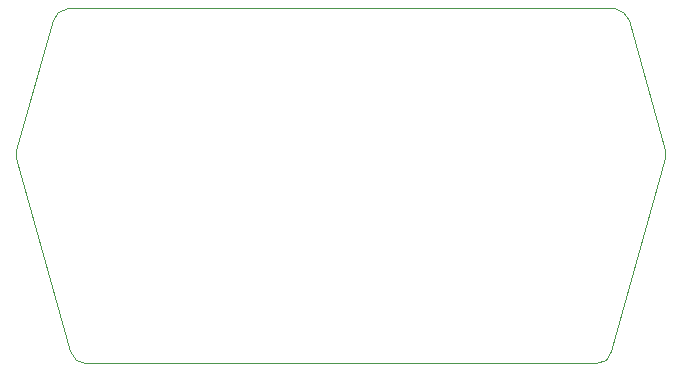
<source format=gbr>
%TF.GenerationSoftware,KiCad,Pcbnew,6.0.11-2627ca5db0~126~ubuntu22.04.1*%
%TF.CreationDate,2024-08-23T15:04:18+02:00*%
%TF.ProjectId,PowerMeTer,506f7765-724d-4655-9465-722e6b696361,rev?*%
%TF.SameCoordinates,Original*%
%TF.FileFunction,Profile,NP*%
%FSLAX46Y46*%
G04 Gerber Fmt 4.6, Leading zero omitted, Abs format (unit mm)*
G04 Created by KiCad (PCBNEW 6.0.11-2627ca5db0~126~ubuntu22.04.1) date 2024-08-23 15:04:18*
%MOMM*%
%LPD*%
G01*
G04 APERTURE LIST*
%TA.AperFunction,Profile*%
%ADD10C,0.027918*%
%TD*%
G04 APERTURE END LIST*
D10*
X127501085Y-49476022D02*
X127501085Y-48758741D01*
X78407636Y-66801925D02*
X100031455Y-66802070D01*
X76916424Y-36781817D02*
X76109153Y-37052845D01*
X124430670Y-37757224D02*
X123952705Y-37053579D01*
X100031455Y-66802070D02*
X121653399Y-66802070D01*
X100031455Y-36781817D02*
X76916424Y-36781817D01*
X122939419Y-65826808D02*
X127501085Y-49476022D01*
X123952705Y-37053579D02*
X123146607Y-36781962D01*
X72561946Y-48758596D02*
X72561946Y-49475877D01*
X122460673Y-66531045D02*
X122939419Y-65826808D01*
X127501085Y-48758741D02*
X124430670Y-37757224D01*
X76109153Y-37052845D02*
X75630411Y-37757079D01*
X121653399Y-66802070D02*
X122460673Y-66531045D01*
X75630411Y-37757079D02*
X72561946Y-48758596D01*
X77123577Y-65826663D02*
X77601542Y-66530308D01*
X72561946Y-49475877D02*
X77123577Y-65826663D01*
X77601542Y-66530308D02*
X78407636Y-66801925D01*
X123146607Y-36781962D02*
X100031455Y-36781817D01*
M02*

</source>
